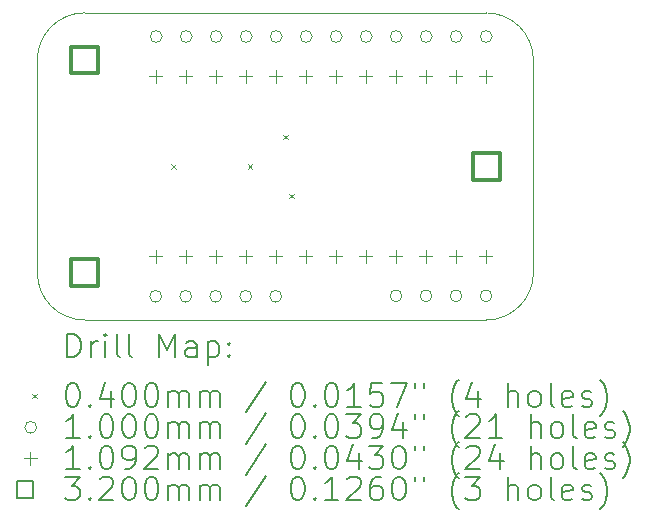
<source format=gbr>
%TF.GenerationSoftware,KiCad,Pcbnew,(6.0.10)*%
%TF.CreationDate,2023-05-08T16:14:59+03:00*%
%TF.ProjectId,trinteract,7472696e-7465-4726-9163-742e6b696361,rev?*%
%TF.SameCoordinates,Original*%
%TF.FileFunction,Drillmap*%
%TF.FilePolarity,Positive*%
%FSLAX45Y45*%
G04 Gerber Fmt 4.5, Leading zero omitted, Abs format (unit mm)*
G04 Created by KiCad (PCBNEW (6.0.10)) date 2023-05-08 16:14:59*
%MOMM*%
%LPD*%
G01*
G04 APERTURE LIST*
%ADD10C,0.100000*%
%ADD11C,0.200000*%
%ADD12C,0.040000*%
%ADD13C,0.109220*%
%ADD14C,0.320000*%
G04 APERTURE END LIST*
D10*
X12500000Y-8800000D02*
X15900000Y-8800000D01*
X16300000Y-9200000D02*
X16300000Y-11000000D01*
X15900000Y-11400000D02*
G75*
G03*
X16300000Y-11000000I0J400000D01*
G01*
X12100000Y-9200000D02*
X12100000Y-11000000D01*
X16300000Y-9200000D02*
G75*
G03*
X15900000Y-8800000I-400000J0D01*
G01*
X12100000Y-11000000D02*
G75*
G03*
X12500000Y-11400000I400000J0D01*
G01*
X12500000Y-8800000D02*
G75*
G03*
X12100000Y-9200000I0J-400000D01*
G01*
X12500000Y-11400000D02*
X15900000Y-11400000D01*
D11*
D12*
X13230000Y-10080000D02*
X13270000Y-10120000D01*
X13270000Y-10080000D02*
X13230000Y-10120000D01*
X13880000Y-10080000D02*
X13920000Y-10120000D01*
X13920000Y-10080000D02*
X13880000Y-10120000D01*
X14180000Y-9830000D02*
X14220000Y-9870000D01*
X14220000Y-9830000D02*
X14180000Y-9870000D01*
X14230000Y-10330000D02*
X14270000Y-10370000D01*
X14270000Y-10330000D02*
X14230000Y-10370000D01*
D10*
X13152500Y-11200000D02*
G75*
G03*
X13152500Y-11200000I-50000J0D01*
G01*
X13156000Y-9000000D02*
G75*
G03*
X13156000Y-9000000I-50000J0D01*
G01*
X13406500Y-11200000D02*
G75*
G03*
X13406500Y-11200000I-50000J0D01*
G01*
X13410000Y-9000000D02*
G75*
G03*
X13410000Y-9000000I-50000J0D01*
G01*
X13660500Y-11200000D02*
G75*
G03*
X13660500Y-11200000I-50000J0D01*
G01*
X13664000Y-9000000D02*
G75*
G03*
X13664000Y-9000000I-50000J0D01*
G01*
X13914500Y-11200000D02*
G75*
G03*
X13914500Y-11200000I-50000J0D01*
G01*
X13918000Y-9000000D02*
G75*
G03*
X13918000Y-9000000I-50000J0D01*
G01*
X14168500Y-11200000D02*
G75*
G03*
X14168500Y-11200000I-50000J0D01*
G01*
X14172000Y-9000000D02*
G75*
G03*
X14172000Y-9000000I-50000J0D01*
G01*
X14426000Y-9000000D02*
G75*
G03*
X14426000Y-9000000I-50000J0D01*
G01*
X14680000Y-9000000D02*
G75*
G03*
X14680000Y-9000000I-50000J0D01*
G01*
X14934000Y-9000000D02*
G75*
G03*
X14934000Y-9000000I-50000J0D01*
G01*
X15187000Y-11195500D02*
G75*
G03*
X15187000Y-11195500I-50000J0D01*
G01*
X15188000Y-9000000D02*
G75*
G03*
X15188000Y-9000000I-50000J0D01*
G01*
X15441000Y-11195500D02*
G75*
G03*
X15441000Y-11195500I-50000J0D01*
G01*
X15442000Y-9000000D02*
G75*
G03*
X15442000Y-9000000I-50000J0D01*
G01*
X15695000Y-11195500D02*
G75*
G03*
X15695000Y-11195500I-50000J0D01*
G01*
X15696000Y-9000000D02*
G75*
G03*
X15696000Y-9000000I-50000J0D01*
G01*
X15949000Y-11195500D02*
G75*
G03*
X15949000Y-11195500I-50000J0D01*
G01*
X15950000Y-9000000D02*
G75*
G03*
X15950000Y-9000000I-50000J0D01*
G01*
D13*
X13103000Y-9283390D02*
X13103000Y-9392610D01*
X13048390Y-9338000D02*
X13157610Y-9338000D01*
X13103000Y-10807390D02*
X13103000Y-10916610D01*
X13048390Y-10862000D02*
X13157610Y-10862000D01*
X13357000Y-9283390D02*
X13357000Y-9392610D01*
X13302390Y-9338000D02*
X13411610Y-9338000D01*
X13357000Y-10807390D02*
X13357000Y-10916610D01*
X13302390Y-10862000D02*
X13411610Y-10862000D01*
X13611000Y-9283390D02*
X13611000Y-9392610D01*
X13556390Y-9338000D02*
X13665610Y-9338000D01*
X13611000Y-10807390D02*
X13611000Y-10916610D01*
X13556390Y-10862000D02*
X13665610Y-10862000D01*
X13865000Y-9283390D02*
X13865000Y-9392610D01*
X13810390Y-9338000D02*
X13919610Y-9338000D01*
X13865000Y-10807390D02*
X13865000Y-10916610D01*
X13810390Y-10862000D02*
X13919610Y-10862000D01*
X14119000Y-9283390D02*
X14119000Y-9392610D01*
X14064390Y-9338000D02*
X14173610Y-9338000D01*
X14119000Y-10807390D02*
X14119000Y-10916610D01*
X14064390Y-10862000D02*
X14173610Y-10862000D01*
X14373000Y-9283390D02*
X14373000Y-9392610D01*
X14318390Y-9338000D02*
X14427610Y-9338000D01*
X14373000Y-10807390D02*
X14373000Y-10916610D01*
X14318390Y-10862000D02*
X14427610Y-10862000D01*
X14627000Y-9283390D02*
X14627000Y-9392610D01*
X14572390Y-9338000D02*
X14681610Y-9338000D01*
X14627000Y-10807390D02*
X14627000Y-10916610D01*
X14572390Y-10862000D02*
X14681610Y-10862000D01*
X14881000Y-9283390D02*
X14881000Y-9392610D01*
X14826390Y-9338000D02*
X14935610Y-9338000D01*
X14881000Y-10807390D02*
X14881000Y-10916610D01*
X14826390Y-10862000D02*
X14935610Y-10862000D01*
X15135000Y-9283390D02*
X15135000Y-9392610D01*
X15080390Y-9338000D02*
X15189610Y-9338000D01*
X15135000Y-10807390D02*
X15135000Y-10916610D01*
X15080390Y-10862000D02*
X15189610Y-10862000D01*
X15389000Y-9283390D02*
X15389000Y-9392610D01*
X15334390Y-9338000D02*
X15443610Y-9338000D01*
X15389000Y-10807390D02*
X15389000Y-10916610D01*
X15334390Y-10862000D02*
X15443610Y-10862000D01*
X15643000Y-9283390D02*
X15643000Y-9392610D01*
X15588390Y-9338000D02*
X15697610Y-9338000D01*
X15643000Y-10807390D02*
X15643000Y-10916610D01*
X15588390Y-10862000D02*
X15697610Y-10862000D01*
X15897000Y-9283390D02*
X15897000Y-9392610D01*
X15842390Y-9338000D02*
X15951610Y-9338000D01*
X15897000Y-10807390D02*
X15897000Y-10916610D01*
X15842390Y-10862000D02*
X15951610Y-10862000D01*
D14*
X12613138Y-9313138D02*
X12613138Y-9086862D01*
X12386862Y-9086862D01*
X12386862Y-9313138D01*
X12613138Y-9313138D01*
X12613138Y-11113138D02*
X12613138Y-10886862D01*
X12386862Y-10886862D01*
X12386862Y-11113138D01*
X12613138Y-11113138D01*
X16013138Y-10213138D02*
X16013138Y-9986862D01*
X15786862Y-9986862D01*
X15786862Y-10213138D01*
X16013138Y-10213138D01*
D11*
X12352619Y-11715476D02*
X12352619Y-11515476D01*
X12400238Y-11515476D01*
X12428809Y-11525000D01*
X12447857Y-11544048D01*
X12457381Y-11563095D01*
X12466905Y-11601190D01*
X12466905Y-11629762D01*
X12457381Y-11667857D01*
X12447857Y-11686905D01*
X12428809Y-11705952D01*
X12400238Y-11715476D01*
X12352619Y-11715476D01*
X12552619Y-11715476D02*
X12552619Y-11582143D01*
X12552619Y-11620238D02*
X12562143Y-11601190D01*
X12571667Y-11591667D01*
X12590714Y-11582143D01*
X12609762Y-11582143D01*
X12676428Y-11715476D02*
X12676428Y-11582143D01*
X12676428Y-11515476D02*
X12666905Y-11525000D01*
X12676428Y-11534524D01*
X12685952Y-11525000D01*
X12676428Y-11515476D01*
X12676428Y-11534524D01*
X12800238Y-11715476D02*
X12781190Y-11705952D01*
X12771667Y-11686905D01*
X12771667Y-11515476D01*
X12905000Y-11715476D02*
X12885952Y-11705952D01*
X12876428Y-11686905D01*
X12876428Y-11515476D01*
X13133571Y-11715476D02*
X13133571Y-11515476D01*
X13200238Y-11658333D01*
X13266905Y-11515476D01*
X13266905Y-11715476D01*
X13447857Y-11715476D02*
X13447857Y-11610714D01*
X13438333Y-11591667D01*
X13419286Y-11582143D01*
X13381190Y-11582143D01*
X13362143Y-11591667D01*
X13447857Y-11705952D02*
X13428809Y-11715476D01*
X13381190Y-11715476D01*
X13362143Y-11705952D01*
X13352619Y-11686905D01*
X13352619Y-11667857D01*
X13362143Y-11648809D01*
X13381190Y-11639286D01*
X13428809Y-11639286D01*
X13447857Y-11629762D01*
X13543095Y-11582143D02*
X13543095Y-11782143D01*
X13543095Y-11591667D02*
X13562143Y-11582143D01*
X13600238Y-11582143D01*
X13619286Y-11591667D01*
X13628809Y-11601190D01*
X13638333Y-11620238D01*
X13638333Y-11677381D01*
X13628809Y-11696428D01*
X13619286Y-11705952D01*
X13600238Y-11715476D01*
X13562143Y-11715476D01*
X13543095Y-11705952D01*
X13724048Y-11696428D02*
X13733571Y-11705952D01*
X13724048Y-11715476D01*
X13714524Y-11705952D01*
X13724048Y-11696428D01*
X13724048Y-11715476D01*
X13724048Y-11591667D02*
X13733571Y-11601190D01*
X13724048Y-11610714D01*
X13714524Y-11601190D01*
X13724048Y-11591667D01*
X13724048Y-11610714D01*
D12*
X12055000Y-12025000D02*
X12095000Y-12065000D01*
X12095000Y-12025000D02*
X12055000Y-12065000D01*
D11*
X12390714Y-11935476D02*
X12409762Y-11935476D01*
X12428809Y-11945000D01*
X12438333Y-11954524D01*
X12447857Y-11973571D01*
X12457381Y-12011667D01*
X12457381Y-12059286D01*
X12447857Y-12097381D01*
X12438333Y-12116428D01*
X12428809Y-12125952D01*
X12409762Y-12135476D01*
X12390714Y-12135476D01*
X12371667Y-12125952D01*
X12362143Y-12116428D01*
X12352619Y-12097381D01*
X12343095Y-12059286D01*
X12343095Y-12011667D01*
X12352619Y-11973571D01*
X12362143Y-11954524D01*
X12371667Y-11945000D01*
X12390714Y-11935476D01*
X12543095Y-12116428D02*
X12552619Y-12125952D01*
X12543095Y-12135476D01*
X12533571Y-12125952D01*
X12543095Y-12116428D01*
X12543095Y-12135476D01*
X12724048Y-12002143D02*
X12724048Y-12135476D01*
X12676428Y-11925952D02*
X12628809Y-12068809D01*
X12752619Y-12068809D01*
X12866905Y-11935476D02*
X12885952Y-11935476D01*
X12905000Y-11945000D01*
X12914524Y-11954524D01*
X12924048Y-11973571D01*
X12933571Y-12011667D01*
X12933571Y-12059286D01*
X12924048Y-12097381D01*
X12914524Y-12116428D01*
X12905000Y-12125952D01*
X12885952Y-12135476D01*
X12866905Y-12135476D01*
X12847857Y-12125952D01*
X12838333Y-12116428D01*
X12828809Y-12097381D01*
X12819286Y-12059286D01*
X12819286Y-12011667D01*
X12828809Y-11973571D01*
X12838333Y-11954524D01*
X12847857Y-11945000D01*
X12866905Y-11935476D01*
X13057381Y-11935476D02*
X13076428Y-11935476D01*
X13095476Y-11945000D01*
X13105000Y-11954524D01*
X13114524Y-11973571D01*
X13124048Y-12011667D01*
X13124048Y-12059286D01*
X13114524Y-12097381D01*
X13105000Y-12116428D01*
X13095476Y-12125952D01*
X13076428Y-12135476D01*
X13057381Y-12135476D01*
X13038333Y-12125952D01*
X13028809Y-12116428D01*
X13019286Y-12097381D01*
X13009762Y-12059286D01*
X13009762Y-12011667D01*
X13019286Y-11973571D01*
X13028809Y-11954524D01*
X13038333Y-11945000D01*
X13057381Y-11935476D01*
X13209762Y-12135476D02*
X13209762Y-12002143D01*
X13209762Y-12021190D02*
X13219286Y-12011667D01*
X13238333Y-12002143D01*
X13266905Y-12002143D01*
X13285952Y-12011667D01*
X13295476Y-12030714D01*
X13295476Y-12135476D01*
X13295476Y-12030714D02*
X13305000Y-12011667D01*
X13324048Y-12002143D01*
X13352619Y-12002143D01*
X13371667Y-12011667D01*
X13381190Y-12030714D01*
X13381190Y-12135476D01*
X13476428Y-12135476D02*
X13476428Y-12002143D01*
X13476428Y-12021190D02*
X13485952Y-12011667D01*
X13505000Y-12002143D01*
X13533571Y-12002143D01*
X13552619Y-12011667D01*
X13562143Y-12030714D01*
X13562143Y-12135476D01*
X13562143Y-12030714D02*
X13571667Y-12011667D01*
X13590714Y-12002143D01*
X13619286Y-12002143D01*
X13638333Y-12011667D01*
X13647857Y-12030714D01*
X13647857Y-12135476D01*
X14038333Y-11925952D02*
X13866905Y-12183095D01*
X14295476Y-11935476D02*
X14314524Y-11935476D01*
X14333571Y-11945000D01*
X14343095Y-11954524D01*
X14352619Y-11973571D01*
X14362143Y-12011667D01*
X14362143Y-12059286D01*
X14352619Y-12097381D01*
X14343095Y-12116428D01*
X14333571Y-12125952D01*
X14314524Y-12135476D01*
X14295476Y-12135476D01*
X14276428Y-12125952D01*
X14266905Y-12116428D01*
X14257381Y-12097381D01*
X14247857Y-12059286D01*
X14247857Y-12011667D01*
X14257381Y-11973571D01*
X14266905Y-11954524D01*
X14276428Y-11945000D01*
X14295476Y-11935476D01*
X14447857Y-12116428D02*
X14457381Y-12125952D01*
X14447857Y-12135476D01*
X14438333Y-12125952D01*
X14447857Y-12116428D01*
X14447857Y-12135476D01*
X14581190Y-11935476D02*
X14600238Y-11935476D01*
X14619286Y-11945000D01*
X14628809Y-11954524D01*
X14638333Y-11973571D01*
X14647857Y-12011667D01*
X14647857Y-12059286D01*
X14638333Y-12097381D01*
X14628809Y-12116428D01*
X14619286Y-12125952D01*
X14600238Y-12135476D01*
X14581190Y-12135476D01*
X14562143Y-12125952D01*
X14552619Y-12116428D01*
X14543095Y-12097381D01*
X14533571Y-12059286D01*
X14533571Y-12011667D01*
X14543095Y-11973571D01*
X14552619Y-11954524D01*
X14562143Y-11945000D01*
X14581190Y-11935476D01*
X14838333Y-12135476D02*
X14724048Y-12135476D01*
X14781190Y-12135476D02*
X14781190Y-11935476D01*
X14762143Y-11964048D01*
X14743095Y-11983095D01*
X14724048Y-11992619D01*
X15019286Y-11935476D02*
X14924048Y-11935476D01*
X14914524Y-12030714D01*
X14924048Y-12021190D01*
X14943095Y-12011667D01*
X14990714Y-12011667D01*
X15009762Y-12021190D01*
X15019286Y-12030714D01*
X15028809Y-12049762D01*
X15028809Y-12097381D01*
X15019286Y-12116428D01*
X15009762Y-12125952D01*
X14990714Y-12135476D01*
X14943095Y-12135476D01*
X14924048Y-12125952D01*
X14914524Y-12116428D01*
X15095476Y-11935476D02*
X15228809Y-11935476D01*
X15143095Y-12135476D01*
X15295476Y-11935476D02*
X15295476Y-11973571D01*
X15371667Y-11935476D02*
X15371667Y-11973571D01*
X15666905Y-12211667D02*
X15657381Y-12202143D01*
X15638333Y-12173571D01*
X15628809Y-12154524D01*
X15619286Y-12125952D01*
X15609762Y-12078333D01*
X15609762Y-12040238D01*
X15619286Y-11992619D01*
X15628809Y-11964048D01*
X15638333Y-11945000D01*
X15657381Y-11916428D01*
X15666905Y-11906905D01*
X15828809Y-12002143D02*
X15828809Y-12135476D01*
X15781190Y-11925952D02*
X15733571Y-12068809D01*
X15857381Y-12068809D01*
X16085952Y-12135476D02*
X16085952Y-11935476D01*
X16171667Y-12135476D02*
X16171667Y-12030714D01*
X16162143Y-12011667D01*
X16143095Y-12002143D01*
X16114524Y-12002143D01*
X16095476Y-12011667D01*
X16085952Y-12021190D01*
X16295476Y-12135476D02*
X16276428Y-12125952D01*
X16266905Y-12116428D01*
X16257381Y-12097381D01*
X16257381Y-12040238D01*
X16266905Y-12021190D01*
X16276428Y-12011667D01*
X16295476Y-12002143D01*
X16324048Y-12002143D01*
X16343095Y-12011667D01*
X16352619Y-12021190D01*
X16362143Y-12040238D01*
X16362143Y-12097381D01*
X16352619Y-12116428D01*
X16343095Y-12125952D01*
X16324048Y-12135476D01*
X16295476Y-12135476D01*
X16476428Y-12135476D02*
X16457381Y-12125952D01*
X16447857Y-12106905D01*
X16447857Y-11935476D01*
X16628809Y-12125952D02*
X16609762Y-12135476D01*
X16571667Y-12135476D01*
X16552619Y-12125952D01*
X16543095Y-12106905D01*
X16543095Y-12030714D01*
X16552619Y-12011667D01*
X16571667Y-12002143D01*
X16609762Y-12002143D01*
X16628809Y-12011667D01*
X16638333Y-12030714D01*
X16638333Y-12049762D01*
X16543095Y-12068809D01*
X16714524Y-12125952D02*
X16733571Y-12135476D01*
X16771667Y-12135476D01*
X16790714Y-12125952D01*
X16800238Y-12106905D01*
X16800238Y-12097381D01*
X16790714Y-12078333D01*
X16771667Y-12068809D01*
X16743095Y-12068809D01*
X16724048Y-12059286D01*
X16714524Y-12040238D01*
X16714524Y-12030714D01*
X16724048Y-12011667D01*
X16743095Y-12002143D01*
X16771667Y-12002143D01*
X16790714Y-12011667D01*
X16866905Y-12211667D02*
X16876429Y-12202143D01*
X16895476Y-12173571D01*
X16905000Y-12154524D01*
X16914524Y-12125952D01*
X16924048Y-12078333D01*
X16924048Y-12040238D01*
X16914524Y-11992619D01*
X16905000Y-11964048D01*
X16895476Y-11945000D01*
X16876429Y-11916428D01*
X16866905Y-11906905D01*
D10*
X12095000Y-12309000D02*
G75*
G03*
X12095000Y-12309000I-50000J0D01*
G01*
D11*
X12457381Y-12399476D02*
X12343095Y-12399476D01*
X12400238Y-12399476D02*
X12400238Y-12199476D01*
X12381190Y-12228048D01*
X12362143Y-12247095D01*
X12343095Y-12256619D01*
X12543095Y-12380428D02*
X12552619Y-12389952D01*
X12543095Y-12399476D01*
X12533571Y-12389952D01*
X12543095Y-12380428D01*
X12543095Y-12399476D01*
X12676428Y-12199476D02*
X12695476Y-12199476D01*
X12714524Y-12209000D01*
X12724048Y-12218524D01*
X12733571Y-12237571D01*
X12743095Y-12275667D01*
X12743095Y-12323286D01*
X12733571Y-12361381D01*
X12724048Y-12380428D01*
X12714524Y-12389952D01*
X12695476Y-12399476D01*
X12676428Y-12399476D01*
X12657381Y-12389952D01*
X12647857Y-12380428D01*
X12638333Y-12361381D01*
X12628809Y-12323286D01*
X12628809Y-12275667D01*
X12638333Y-12237571D01*
X12647857Y-12218524D01*
X12657381Y-12209000D01*
X12676428Y-12199476D01*
X12866905Y-12199476D02*
X12885952Y-12199476D01*
X12905000Y-12209000D01*
X12914524Y-12218524D01*
X12924048Y-12237571D01*
X12933571Y-12275667D01*
X12933571Y-12323286D01*
X12924048Y-12361381D01*
X12914524Y-12380428D01*
X12905000Y-12389952D01*
X12885952Y-12399476D01*
X12866905Y-12399476D01*
X12847857Y-12389952D01*
X12838333Y-12380428D01*
X12828809Y-12361381D01*
X12819286Y-12323286D01*
X12819286Y-12275667D01*
X12828809Y-12237571D01*
X12838333Y-12218524D01*
X12847857Y-12209000D01*
X12866905Y-12199476D01*
X13057381Y-12199476D02*
X13076428Y-12199476D01*
X13095476Y-12209000D01*
X13105000Y-12218524D01*
X13114524Y-12237571D01*
X13124048Y-12275667D01*
X13124048Y-12323286D01*
X13114524Y-12361381D01*
X13105000Y-12380428D01*
X13095476Y-12389952D01*
X13076428Y-12399476D01*
X13057381Y-12399476D01*
X13038333Y-12389952D01*
X13028809Y-12380428D01*
X13019286Y-12361381D01*
X13009762Y-12323286D01*
X13009762Y-12275667D01*
X13019286Y-12237571D01*
X13028809Y-12218524D01*
X13038333Y-12209000D01*
X13057381Y-12199476D01*
X13209762Y-12399476D02*
X13209762Y-12266143D01*
X13209762Y-12285190D02*
X13219286Y-12275667D01*
X13238333Y-12266143D01*
X13266905Y-12266143D01*
X13285952Y-12275667D01*
X13295476Y-12294714D01*
X13295476Y-12399476D01*
X13295476Y-12294714D02*
X13305000Y-12275667D01*
X13324048Y-12266143D01*
X13352619Y-12266143D01*
X13371667Y-12275667D01*
X13381190Y-12294714D01*
X13381190Y-12399476D01*
X13476428Y-12399476D02*
X13476428Y-12266143D01*
X13476428Y-12285190D02*
X13485952Y-12275667D01*
X13505000Y-12266143D01*
X13533571Y-12266143D01*
X13552619Y-12275667D01*
X13562143Y-12294714D01*
X13562143Y-12399476D01*
X13562143Y-12294714D02*
X13571667Y-12275667D01*
X13590714Y-12266143D01*
X13619286Y-12266143D01*
X13638333Y-12275667D01*
X13647857Y-12294714D01*
X13647857Y-12399476D01*
X14038333Y-12189952D02*
X13866905Y-12447095D01*
X14295476Y-12199476D02*
X14314524Y-12199476D01*
X14333571Y-12209000D01*
X14343095Y-12218524D01*
X14352619Y-12237571D01*
X14362143Y-12275667D01*
X14362143Y-12323286D01*
X14352619Y-12361381D01*
X14343095Y-12380428D01*
X14333571Y-12389952D01*
X14314524Y-12399476D01*
X14295476Y-12399476D01*
X14276428Y-12389952D01*
X14266905Y-12380428D01*
X14257381Y-12361381D01*
X14247857Y-12323286D01*
X14247857Y-12275667D01*
X14257381Y-12237571D01*
X14266905Y-12218524D01*
X14276428Y-12209000D01*
X14295476Y-12199476D01*
X14447857Y-12380428D02*
X14457381Y-12389952D01*
X14447857Y-12399476D01*
X14438333Y-12389952D01*
X14447857Y-12380428D01*
X14447857Y-12399476D01*
X14581190Y-12199476D02*
X14600238Y-12199476D01*
X14619286Y-12209000D01*
X14628809Y-12218524D01*
X14638333Y-12237571D01*
X14647857Y-12275667D01*
X14647857Y-12323286D01*
X14638333Y-12361381D01*
X14628809Y-12380428D01*
X14619286Y-12389952D01*
X14600238Y-12399476D01*
X14581190Y-12399476D01*
X14562143Y-12389952D01*
X14552619Y-12380428D01*
X14543095Y-12361381D01*
X14533571Y-12323286D01*
X14533571Y-12275667D01*
X14543095Y-12237571D01*
X14552619Y-12218524D01*
X14562143Y-12209000D01*
X14581190Y-12199476D01*
X14714524Y-12199476D02*
X14838333Y-12199476D01*
X14771667Y-12275667D01*
X14800238Y-12275667D01*
X14819286Y-12285190D01*
X14828809Y-12294714D01*
X14838333Y-12313762D01*
X14838333Y-12361381D01*
X14828809Y-12380428D01*
X14819286Y-12389952D01*
X14800238Y-12399476D01*
X14743095Y-12399476D01*
X14724048Y-12389952D01*
X14714524Y-12380428D01*
X14933571Y-12399476D02*
X14971667Y-12399476D01*
X14990714Y-12389952D01*
X15000238Y-12380428D01*
X15019286Y-12351857D01*
X15028809Y-12313762D01*
X15028809Y-12237571D01*
X15019286Y-12218524D01*
X15009762Y-12209000D01*
X14990714Y-12199476D01*
X14952619Y-12199476D01*
X14933571Y-12209000D01*
X14924048Y-12218524D01*
X14914524Y-12237571D01*
X14914524Y-12285190D01*
X14924048Y-12304238D01*
X14933571Y-12313762D01*
X14952619Y-12323286D01*
X14990714Y-12323286D01*
X15009762Y-12313762D01*
X15019286Y-12304238D01*
X15028809Y-12285190D01*
X15200238Y-12266143D02*
X15200238Y-12399476D01*
X15152619Y-12189952D02*
X15105000Y-12332809D01*
X15228809Y-12332809D01*
X15295476Y-12199476D02*
X15295476Y-12237571D01*
X15371667Y-12199476D02*
X15371667Y-12237571D01*
X15666905Y-12475667D02*
X15657381Y-12466143D01*
X15638333Y-12437571D01*
X15628809Y-12418524D01*
X15619286Y-12389952D01*
X15609762Y-12342333D01*
X15609762Y-12304238D01*
X15619286Y-12256619D01*
X15628809Y-12228048D01*
X15638333Y-12209000D01*
X15657381Y-12180428D01*
X15666905Y-12170905D01*
X15733571Y-12218524D02*
X15743095Y-12209000D01*
X15762143Y-12199476D01*
X15809762Y-12199476D01*
X15828809Y-12209000D01*
X15838333Y-12218524D01*
X15847857Y-12237571D01*
X15847857Y-12256619D01*
X15838333Y-12285190D01*
X15724048Y-12399476D01*
X15847857Y-12399476D01*
X16038333Y-12399476D02*
X15924048Y-12399476D01*
X15981190Y-12399476D02*
X15981190Y-12199476D01*
X15962143Y-12228048D01*
X15943095Y-12247095D01*
X15924048Y-12256619D01*
X16276428Y-12399476D02*
X16276428Y-12199476D01*
X16362143Y-12399476D02*
X16362143Y-12294714D01*
X16352619Y-12275667D01*
X16333571Y-12266143D01*
X16305000Y-12266143D01*
X16285952Y-12275667D01*
X16276428Y-12285190D01*
X16485952Y-12399476D02*
X16466905Y-12389952D01*
X16457381Y-12380428D01*
X16447857Y-12361381D01*
X16447857Y-12304238D01*
X16457381Y-12285190D01*
X16466905Y-12275667D01*
X16485952Y-12266143D01*
X16514524Y-12266143D01*
X16533571Y-12275667D01*
X16543095Y-12285190D01*
X16552619Y-12304238D01*
X16552619Y-12361381D01*
X16543095Y-12380428D01*
X16533571Y-12389952D01*
X16514524Y-12399476D01*
X16485952Y-12399476D01*
X16666905Y-12399476D02*
X16647857Y-12389952D01*
X16638333Y-12370905D01*
X16638333Y-12199476D01*
X16819286Y-12389952D02*
X16800238Y-12399476D01*
X16762143Y-12399476D01*
X16743095Y-12389952D01*
X16733571Y-12370905D01*
X16733571Y-12294714D01*
X16743095Y-12275667D01*
X16762143Y-12266143D01*
X16800238Y-12266143D01*
X16819286Y-12275667D01*
X16828810Y-12294714D01*
X16828810Y-12313762D01*
X16733571Y-12332809D01*
X16905000Y-12389952D02*
X16924048Y-12399476D01*
X16962143Y-12399476D01*
X16981190Y-12389952D01*
X16990714Y-12370905D01*
X16990714Y-12361381D01*
X16981190Y-12342333D01*
X16962143Y-12332809D01*
X16933571Y-12332809D01*
X16914524Y-12323286D01*
X16905000Y-12304238D01*
X16905000Y-12294714D01*
X16914524Y-12275667D01*
X16933571Y-12266143D01*
X16962143Y-12266143D01*
X16981190Y-12275667D01*
X17057381Y-12475667D02*
X17066905Y-12466143D01*
X17085952Y-12437571D01*
X17095476Y-12418524D01*
X17105000Y-12389952D01*
X17114524Y-12342333D01*
X17114524Y-12304238D01*
X17105000Y-12256619D01*
X17095476Y-12228048D01*
X17085952Y-12209000D01*
X17066905Y-12180428D01*
X17057381Y-12170905D01*
D13*
X12040390Y-12518390D02*
X12040390Y-12627610D01*
X11985780Y-12573000D02*
X12095000Y-12573000D01*
D11*
X12457381Y-12663476D02*
X12343095Y-12663476D01*
X12400238Y-12663476D02*
X12400238Y-12463476D01*
X12381190Y-12492048D01*
X12362143Y-12511095D01*
X12343095Y-12520619D01*
X12543095Y-12644428D02*
X12552619Y-12653952D01*
X12543095Y-12663476D01*
X12533571Y-12653952D01*
X12543095Y-12644428D01*
X12543095Y-12663476D01*
X12676428Y-12463476D02*
X12695476Y-12463476D01*
X12714524Y-12473000D01*
X12724048Y-12482524D01*
X12733571Y-12501571D01*
X12743095Y-12539667D01*
X12743095Y-12587286D01*
X12733571Y-12625381D01*
X12724048Y-12644428D01*
X12714524Y-12653952D01*
X12695476Y-12663476D01*
X12676428Y-12663476D01*
X12657381Y-12653952D01*
X12647857Y-12644428D01*
X12638333Y-12625381D01*
X12628809Y-12587286D01*
X12628809Y-12539667D01*
X12638333Y-12501571D01*
X12647857Y-12482524D01*
X12657381Y-12473000D01*
X12676428Y-12463476D01*
X12838333Y-12663476D02*
X12876428Y-12663476D01*
X12895476Y-12653952D01*
X12905000Y-12644428D01*
X12924048Y-12615857D01*
X12933571Y-12577762D01*
X12933571Y-12501571D01*
X12924048Y-12482524D01*
X12914524Y-12473000D01*
X12895476Y-12463476D01*
X12857381Y-12463476D01*
X12838333Y-12473000D01*
X12828809Y-12482524D01*
X12819286Y-12501571D01*
X12819286Y-12549190D01*
X12828809Y-12568238D01*
X12838333Y-12577762D01*
X12857381Y-12587286D01*
X12895476Y-12587286D01*
X12914524Y-12577762D01*
X12924048Y-12568238D01*
X12933571Y-12549190D01*
X13009762Y-12482524D02*
X13019286Y-12473000D01*
X13038333Y-12463476D01*
X13085952Y-12463476D01*
X13105000Y-12473000D01*
X13114524Y-12482524D01*
X13124048Y-12501571D01*
X13124048Y-12520619D01*
X13114524Y-12549190D01*
X13000238Y-12663476D01*
X13124048Y-12663476D01*
X13209762Y-12663476D02*
X13209762Y-12530143D01*
X13209762Y-12549190D02*
X13219286Y-12539667D01*
X13238333Y-12530143D01*
X13266905Y-12530143D01*
X13285952Y-12539667D01*
X13295476Y-12558714D01*
X13295476Y-12663476D01*
X13295476Y-12558714D02*
X13305000Y-12539667D01*
X13324048Y-12530143D01*
X13352619Y-12530143D01*
X13371667Y-12539667D01*
X13381190Y-12558714D01*
X13381190Y-12663476D01*
X13476428Y-12663476D02*
X13476428Y-12530143D01*
X13476428Y-12549190D02*
X13485952Y-12539667D01*
X13505000Y-12530143D01*
X13533571Y-12530143D01*
X13552619Y-12539667D01*
X13562143Y-12558714D01*
X13562143Y-12663476D01*
X13562143Y-12558714D02*
X13571667Y-12539667D01*
X13590714Y-12530143D01*
X13619286Y-12530143D01*
X13638333Y-12539667D01*
X13647857Y-12558714D01*
X13647857Y-12663476D01*
X14038333Y-12453952D02*
X13866905Y-12711095D01*
X14295476Y-12463476D02*
X14314524Y-12463476D01*
X14333571Y-12473000D01*
X14343095Y-12482524D01*
X14352619Y-12501571D01*
X14362143Y-12539667D01*
X14362143Y-12587286D01*
X14352619Y-12625381D01*
X14343095Y-12644428D01*
X14333571Y-12653952D01*
X14314524Y-12663476D01*
X14295476Y-12663476D01*
X14276428Y-12653952D01*
X14266905Y-12644428D01*
X14257381Y-12625381D01*
X14247857Y-12587286D01*
X14247857Y-12539667D01*
X14257381Y-12501571D01*
X14266905Y-12482524D01*
X14276428Y-12473000D01*
X14295476Y-12463476D01*
X14447857Y-12644428D02*
X14457381Y-12653952D01*
X14447857Y-12663476D01*
X14438333Y-12653952D01*
X14447857Y-12644428D01*
X14447857Y-12663476D01*
X14581190Y-12463476D02*
X14600238Y-12463476D01*
X14619286Y-12473000D01*
X14628809Y-12482524D01*
X14638333Y-12501571D01*
X14647857Y-12539667D01*
X14647857Y-12587286D01*
X14638333Y-12625381D01*
X14628809Y-12644428D01*
X14619286Y-12653952D01*
X14600238Y-12663476D01*
X14581190Y-12663476D01*
X14562143Y-12653952D01*
X14552619Y-12644428D01*
X14543095Y-12625381D01*
X14533571Y-12587286D01*
X14533571Y-12539667D01*
X14543095Y-12501571D01*
X14552619Y-12482524D01*
X14562143Y-12473000D01*
X14581190Y-12463476D01*
X14819286Y-12530143D02*
X14819286Y-12663476D01*
X14771667Y-12453952D02*
X14724048Y-12596809D01*
X14847857Y-12596809D01*
X14905000Y-12463476D02*
X15028809Y-12463476D01*
X14962143Y-12539667D01*
X14990714Y-12539667D01*
X15009762Y-12549190D01*
X15019286Y-12558714D01*
X15028809Y-12577762D01*
X15028809Y-12625381D01*
X15019286Y-12644428D01*
X15009762Y-12653952D01*
X14990714Y-12663476D01*
X14933571Y-12663476D01*
X14914524Y-12653952D01*
X14905000Y-12644428D01*
X15152619Y-12463476D02*
X15171667Y-12463476D01*
X15190714Y-12473000D01*
X15200238Y-12482524D01*
X15209762Y-12501571D01*
X15219286Y-12539667D01*
X15219286Y-12587286D01*
X15209762Y-12625381D01*
X15200238Y-12644428D01*
X15190714Y-12653952D01*
X15171667Y-12663476D01*
X15152619Y-12663476D01*
X15133571Y-12653952D01*
X15124048Y-12644428D01*
X15114524Y-12625381D01*
X15105000Y-12587286D01*
X15105000Y-12539667D01*
X15114524Y-12501571D01*
X15124048Y-12482524D01*
X15133571Y-12473000D01*
X15152619Y-12463476D01*
X15295476Y-12463476D02*
X15295476Y-12501571D01*
X15371667Y-12463476D02*
X15371667Y-12501571D01*
X15666905Y-12739667D02*
X15657381Y-12730143D01*
X15638333Y-12701571D01*
X15628809Y-12682524D01*
X15619286Y-12653952D01*
X15609762Y-12606333D01*
X15609762Y-12568238D01*
X15619286Y-12520619D01*
X15628809Y-12492048D01*
X15638333Y-12473000D01*
X15657381Y-12444428D01*
X15666905Y-12434905D01*
X15733571Y-12482524D02*
X15743095Y-12473000D01*
X15762143Y-12463476D01*
X15809762Y-12463476D01*
X15828809Y-12473000D01*
X15838333Y-12482524D01*
X15847857Y-12501571D01*
X15847857Y-12520619D01*
X15838333Y-12549190D01*
X15724048Y-12663476D01*
X15847857Y-12663476D01*
X16019286Y-12530143D02*
X16019286Y-12663476D01*
X15971667Y-12453952D02*
X15924048Y-12596809D01*
X16047857Y-12596809D01*
X16276428Y-12663476D02*
X16276428Y-12463476D01*
X16362143Y-12663476D02*
X16362143Y-12558714D01*
X16352619Y-12539667D01*
X16333571Y-12530143D01*
X16305000Y-12530143D01*
X16285952Y-12539667D01*
X16276428Y-12549190D01*
X16485952Y-12663476D02*
X16466905Y-12653952D01*
X16457381Y-12644428D01*
X16447857Y-12625381D01*
X16447857Y-12568238D01*
X16457381Y-12549190D01*
X16466905Y-12539667D01*
X16485952Y-12530143D01*
X16514524Y-12530143D01*
X16533571Y-12539667D01*
X16543095Y-12549190D01*
X16552619Y-12568238D01*
X16552619Y-12625381D01*
X16543095Y-12644428D01*
X16533571Y-12653952D01*
X16514524Y-12663476D01*
X16485952Y-12663476D01*
X16666905Y-12663476D02*
X16647857Y-12653952D01*
X16638333Y-12634905D01*
X16638333Y-12463476D01*
X16819286Y-12653952D02*
X16800238Y-12663476D01*
X16762143Y-12663476D01*
X16743095Y-12653952D01*
X16733571Y-12634905D01*
X16733571Y-12558714D01*
X16743095Y-12539667D01*
X16762143Y-12530143D01*
X16800238Y-12530143D01*
X16819286Y-12539667D01*
X16828810Y-12558714D01*
X16828810Y-12577762D01*
X16733571Y-12596809D01*
X16905000Y-12653952D02*
X16924048Y-12663476D01*
X16962143Y-12663476D01*
X16981190Y-12653952D01*
X16990714Y-12634905D01*
X16990714Y-12625381D01*
X16981190Y-12606333D01*
X16962143Y-12596809D01*
X16933571Y-12596809D01*
X16914524Y-12587286D01*
X16905000Y-12568238D01*
X16905000Y-12558714D01*
X16914524Y-12539667D01*
X16933571Y-12530143D01*
X16962143Y-12530143D01*
X16981190Y-12539667D01*
X17057381Y-12739667D02*
X17066905Y-12730143D01*
X17085952Y-12701571D01*
X17095476Y-12682524D01*
X17105000Y-12653952D01*
X17114524Y-12606333D01*
X17114524Y-12568238D01*
X17105000Y-12520619D01*
X17095476Y-12492048D01*
X17085952Y-12473000D01*
X17066905Y-12444428D01*
X17057381Y-12434905D01*
X12065711Y-12907711D02*
X12065711Y-12766289D01*
X11924289Y-12766289D01*
X11924289Y-12907711D01*
X12065711Y-12907711D01*
X12333571Y-12727476D02*
X12457381Y-12727476D01*
X12390714Y-12803667D01*
X12419286Y-12803667D01*
X12438333Y-12813190D01*
X12447857Y-12822714D01*
X12457381Y-12841762D01*
X12457381Y-12889381D01*
X12447857Y-12908428D01*
X12438333Y-12917952D01*
X12419286Y-12927476D01*
X12362143Y-12927476D01*
X12343095Y-12917952D01*
X12333571Y-12908428D01*
X12543095Y-12908428D02*
X12552619Y-12917952D01*
X12543095Y-12927476D01*
X12533571Y-12917952D01*
X12543095Y-12908428D01*
X12543095Y-12927476D01*
X12628809Y-12746524D02*
X12638333Y-12737000D01*
X12657381Y-12727476D01*
X12705000Y-12727476D01*
X12724048Y-12737000D01*
X12733571Y-12746524D01*
X12743095Y-12765571D01*
X12743095Y-12784619D01*
X12733571Y-12813190D01*
X12619286Y-12927476D01*
X12743095Y-12927476D01*
X12866905Y-12727476D02*
X12885952Y-12727476D01*
X12905000Y-12737000D01*
X12914524Y-12746524D01*
X12924048Y-12765571D01*
X12933571Y-12803667D01*
X12933571Y-12851286D01*
X12924048Y-12889381D01*
X12914524Y-12908428D01*
X12905000Y-12917952D01*
X12885952Y-12927476D01*
X12866905Y-12927476D01*
X12847857Y-12917952D01*
X12838333Y-12908428D01*
X12828809Y-12889381D01*
X12819286Y-12851286D01*
X12819286Y-12803667D01*
X12828809Y-12765571D01*
X12838333Y-12746524D01*
X12847857Y-12737000D01*
X12866905Y-12727476D01*
X13057381Y-12727476D02*
X13076428Y-12727476D01*
X13095476Y-12737000D01*
X13105000Y-12746524D01*
X13114524Y-12765571D01*
X13124048Y-12803667D01*
X13124048Y-12851286D01*
X13114524Y-12889381D01*
X13105000Y-12908428D01*
X13095476Y-12917952D01*
X13076428Y-12927476D01*
X13057381Y-12927476D01*
X13038333Y-12917952D01*
X13028809Y-12908428D01*
X13019286Y-12889381D01*
X13009762Y-12851286D01*
X13009762Y-12803667D01*
X13019286Y-12765571D01*
X13028809Y-12746524D01*
X13038333Y-12737000D01*
X13057381Y-12727476D01*
X13209762Y-12927476D02*
X13209762Y-12794143D01*
X13209762Y-12813190D02*
X13219286Y-12803667D01*
X13238333Y-12794143D01*
X13266905Y-12794143D01*
X13285952Y-12803667D01*
X13295476Y-12822714D01*
X13295476Y-12927476D01*
X13295476Y-12822714D02*
X13305000Y-12803667D01*
X13324048Y-12794143D01*
X13352619Y-12794143D01*
X13371667Y-12803667D01*
X13381190Y-12822714D01*
X13381190Y-12927476D01*
X13476428Y-12927476D02*
X13476428Y-12794143D01*
X13476428Y-12813190D02*
X13485952Y-12803667D01*
X13505000Y-12794143D01*
X13533571Y-12794143D01*
X13552619Y-12803667D01*
X13562143Y-12822714D01*
X13562143Y-12927476D01*
X13562143Y-12822714D02*
X13571667Y-12803667D01*
X13590714Y-12794143D01*
X13619286Y-12794143D01*
X13638333Y-12803667D01*
X13647857Y-12822714D01*
X13647857Y-12927476D01*
X14038333Y-12717952D02*
X13866905Y-12975095D01*
X14295476Y-12727476D02*
X14314524Y-12727476D01*
X14333571Y-12737000D01*
X14343095Y-12746524D01*
X14352619Y-12765571D01*
X14362143Y-12803667D01*
X14362143Y-12851286D01*
X14352619Y-12889381D01*
X14343095Y-12908428D01*
X14333571Y-12917952D01*
X14314524Y-12927476D01*
X14295476Y-12927476D01*
X14276428Y-12917952D01*
X14266905Y-12908428D01*
X14257381Y-12889381D01*
X14247857Y-12851286D01*
X14247857Y-12803667D01*
X14257381Y-12765571D01*
X14266905Y-12746524D01*
X14276428Y-12737000D01*
X14295476Y-12727476D01*
X14447857Y-12908428D02*
X14457381Y-12917952D01*
X14447857Y-12927476D01*
X14438333Y-12917952D01*
X14447857Y-12908428D01*
X14447857Y-12927476D01*
X14647857Y-12927476D02*
X14533571Y-12927476D01*
X14590714Y-12927476D02*
X14590714Y-12727476D01*
X14571667Y-12756048D01*
X14552619Y-12775095D01*
X14533571Y-12784619D01*
X14724048Y-12746524D02*
X14733571Y-12737000D01*
X14752619Y-12727476D01*
X14800238Y-12727476D01*
X14819286Y-12737000D01*
X14828809Y-12746524D01*
X14838333Y-12765571D01*
X14838333Y-12784619D01*
X14828809Y-12813190D01*
X14714524Y-12927476D01*
X14838333Y-12927476D01*
X15009762Y-12727476D02*
X14971667Y-12727476D01*
X14952619Y-12737000D01*
X14943095Y-12746524D01*
X14924048Y-12775095D01*
X14914524Y-12813190D01*
X14914524Y-12889381D01*
X14924048Y-12908428D01*
X14933571Y-12917952D01*
X14952619Y-12927476D01*
X14990714Y-12927476D01*
X15009762Y-12917952D01*
X15019286Y-12908428D01*
X15028809Y-12889381D01*
X15028809Y-12841762D01*
X15019286Y-12822714D01*
X15009762Y-12813190D01*
X14990714Y-12803667D01*
X14952619Y-12803667D01*
X14933571Y-12813190D01*
X14924048Y-12822714D01*
X14914524Y-12841762D01*
X15152619Y-12727476D02*
X15171667Y-12727476D01*
X15190714Y-12737000D01*
X15200238Y-12746524D01*
X15209762Y-12765571D01*
X15219286Y-12803667D01*
X15219286Y-12851286D01*
X15209762Y-12889381D01*
X15200238Y-12908428D01*
X15190714Y-12917952D01*
X15171667Y-12927476D01*
X15152619Y-12927476D01*
X15133571Y-12917952D01*
X15124048Y-12908428D01*
X15114524Y-12889381D01*
X15105000Y-12851286D01*
X15105000Y-12803667D01*
X15114524Y-12765571D01*
X15124048Y-12746524D01*
X15133571Y-12737000D01*
X15152619Y-12727476D01*
X15295476Y-12727476D02*
X15295476Y-12765571D01*
X15371667Y-12727476D02*
X15371667Y-12765571D01*
X15666905Y-13003667D02*
X15657381Y-12994143D01*
X15638333Y-12965571D01*
X15628809Y-12946524D01*
X15619286Y-12917952D01*
X15609762Y-12870333D01*
X15609762Y-12832238D01*
X15619286Y-12784619D01*
X15628809Y-12756048D01*
X15638333Y-12737000D01*
X15657381Y-12708428D01*
X15666905Y-12698905D01*
X15724048Y-12727476D02*
X15847857Y-12727476D01*
X15781190Y-12803667D01*
X15809762Y-12803667D01*
X15828809Y-12813190D01*
X15838333Y-12822714D01*
X15847857Y-12841762D01*
X15847857Y-12889381D01*
X15838333Y-12908428D01*
X15828809Y-12917952D01*
X15809762Y-12927476D01*
X15752619Y-12927476D01*
X15733571Y-12917952D01*
X15724048Y-12908428D01*
X16085952Y-12927476D02*
X16085952Y-12727476D01*
X16171667Y-12927476D02*
X16171667Y-12822714D01*
X16162143Y-12803667D01*
X16143095Y-12794143D01*
X16114524Y-12794143D01*
X16095476Y-12803667D01*
X16085952Y-12813190D01*
X16295476Y-12927476D02*
X16276428Y-12917952D01*
X16266905Y-12908428D01*
X16257381Y-12889381D01*
X16257381Y-12832238D01*
X16266905Y-12813190D01*
X16276428Y-12803667D01*
X16295476Y-12794143D01*
X16324048Y-12794143D01*
X16343095Y-12803667D01*
X16352619Y-12813190D01*
X16362143Y-12832238D01*
X16362143Y-12889381D01*
X16352619Y-12908428D01*
X16343095Y-12917952D01*
X16324048Y-12927476D01*
X16295476Y-12927476D01*
X16476428Y-12927476D02*
X16457381Y-12917952D01*
X16447857Y-12898905D01*
X16447857Y-12727476D01*
X16628809Y-12917952D02*
X16609762Y-12927476D01*
X16571667Y-12927476D01*
X16552619Y-12917952D01*
X16543095Y-12898905D01*
X16543095Y-12822714D01*
X16552619Y-12803667D01*
X16571667Y-12794143D01*
X16609762Y-12794143D01*
X16628809Y-12803667D01*
X16638333Y-12822714D01*
X16638333Y-12841762D01*
X16543095Y-12860809D01*
X16714524Y-12917952D02*
X16733571Y-12927476D01*
X16771667Y-12927476D01*
X16790714Y-12917952D01*
X16800238Y-12898905D01*
X16800238Y-12889381D01*
X16790714Y-12870333D01*
X16771667Y-12860809D01*
X16743095Y-12860809D01*
X16724048Y-12851286D01*
X16714524Y-12832238D01*
X16714524Y-12822714D01*
X16724048Y-12803667D01*
X16743095Y-12794143D01*
X16771667Y-12794143D01*
X16790714Y-12803667D01*
X16866905Y-13003667D02*
X16876429Y-12994143D01*
X16895476Y-12965571D01*
X16905000Y-12946524D01*
X16914524Y-12917952D01*
X16924048Y-12870333D01*
X16924048Y-12832238D01*
X16914524Y-12784619D01*
X16905000Y-12756048D01*
X16895476Y-12737000D01*
X16876429Y-12708428D01*
X16866905Y-12698905D01*
M02*

</source>
